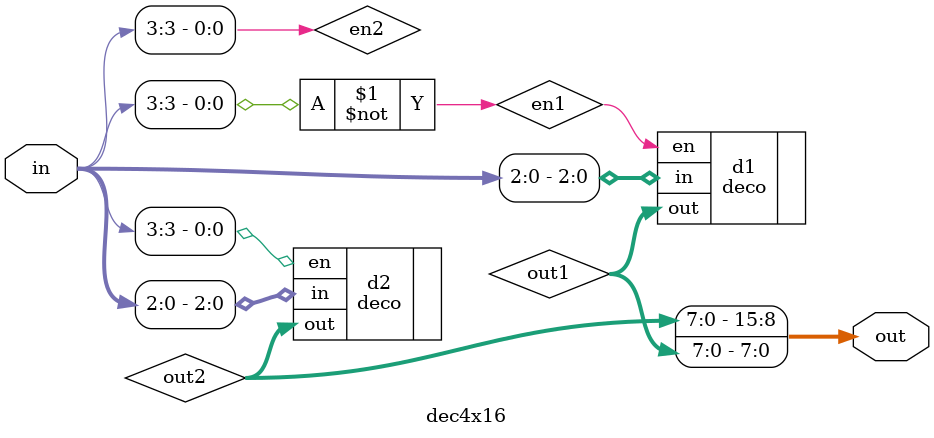
<source format=v>
`include "3x1dec.v"
module dec4x16 (
    input [3:0] in,  
    output [15:0] out 
);
    wire [7:0] out1, out2; 
    wire en1, en2;

    assign en1 = ~in[3]; 
    assign en2 = in[3];  

   
    deco d1 (.in(in[2:0]), .en(en1), .out(out1));
    deco d2 (.in(in[2:0]), .en(en2), .out(out2));

    assign out = {out2, out1}; 

endmodule

</source>
